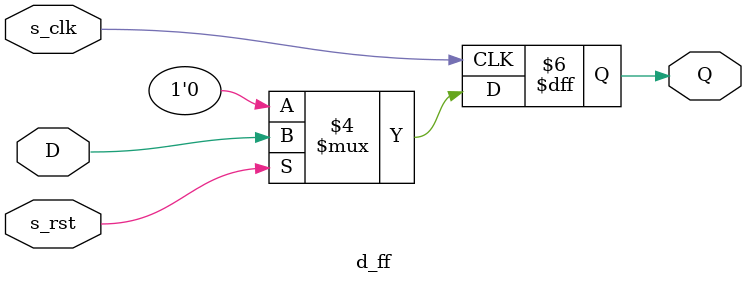
<source format=v>
`timescale 1ns / 1ps
module d_ff(
    input D,
	 input s_rst,
    input s_clk,
    output reg Q
    );

always @ (posedge s_clk)
	if(~s_rst)	
		Q <= 1'b0;
	else
		Q <= D;
endmodule

</source>
